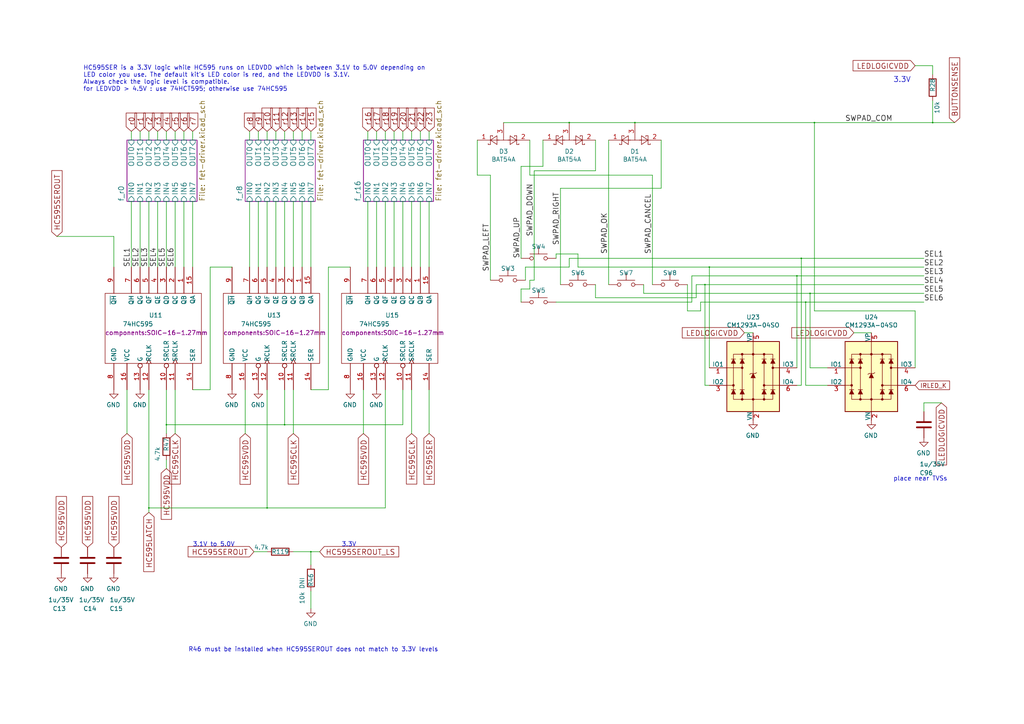
<source format=kicad_sch>
(kicad_sch (version 20210126) (generator eeschema)
  (paper "A4")
  (lib_symbols
    (symbol "DeeComponents:74HC595-alt-vdd"
      (property "Reference" "U" (at 3.81 15.24 0))
      (property "Value" "74HC595-alt-vdd" (at 0 -15.24 0))
      (symbol "74HC595-alt-vdd_0_1"
        (rectangle (start -10.16 -13.97) (end 10.16 13.97))
      )
      (symbol "74HC595-alt-vdd_1_1"
        (pin tri_state line (at 17.78 8.89 180) (length 7.62) (name "QB") (number "1"))
        (pin input inverted (at -17.78 3.81 0) (length 7.62) (name "SRCLR") (number "10"))
        (pin input clock (at -17.78 6.35 0) (length 7.62) (name "SRCLK") (number "11"))
        (pin input clock (at -17.78 -1.27 0) (length 7.62) (name "RCLK") (number "12"))
        (pin input inverted (at -17.78 -3.81 0) (length 7.62) (name "G") (number "13"))
        (pin input line (at -17.78 11.43 0) (length 7.62) (name "SER") (number "14"))
        (pin tri_state line (at 17.78 11.43 180) (length 7.62) (name "QA") (number "15"))
        (pin power_in line (at -17.78 -7.62 0) (length 7.62) (name "VCC") (number "16"))
        (pin tri_state line (at 17.78 6.35 180) (length 7.62) (name "QC") (number "2"))
        (pin tri_state line (at 17.78 3.81 180) (length 7.62) (name "QD") (number "3"))
        (pin tri_state line (at 17.78 1.27 180) (length 7.62) (name "QE") (number "4"))
        (pin tri_state line (at 17.78 -1.27 180) (length 7.62) (name "QF") (number "5"))
        (pin tri_state line (at 17.78 -3.81 180) (length 7.62) (name "QG") (number "6"))
        (pin tri_state line (at 17.78 -6.35 180) (length 7.62) (name "QH") (number "7"))
        (pin power_in line (at -17.78 -11.43 0) (length 7.62) (name "GND") (number "8"))
        (pin output line (at 17.78 -11.43 180) (length 7.62) (name "~QH") (number "9"))
      )
    )
    (symbol "Diode:BAT54A" (pin_names (offset 1.016))
      (property "Reference" "D" (at 0.635 -3.81 0))
      (property "Value" "BAT54A" (at -6.35 3.175 0))
      (symbol "BAT54A_0_1"
        (polyline (pts (xy -4.445 1.27) (xy -4.445 1.016)))
        (polyline (pts (xy -3.81 -1.27) (xy -3.81 1.27)))
        (polyline (pts (xy -3.81 -1.27) (xy -3.175 -1.27)))
        (polyline (pts (xy -3.81 0) (xy -1.27 0)))
        (polyline (pts (xy -3.81 1.27) (xy -4.445 1.27)))
        (polyline (pts (xy -3.175 -1.27) (xy -3.175 -1.016)))
        (polyline (pts (xy -1.905 0) (xy 1.905 0)))
        (polyline (pts (xy 1.27 0) (xy 3.81 0)))
        (polyline (pts (xy 3.175 -1.27) (xy 3.175 -1.016)))
        (polyline (pts (xy 3.81 -1.27) (xy 3.175 -1.27)))
        (polyline (pts (xy 3.81 -1.27) (xy 3.81 1.27)))
        (polyline (pts (xy 3.81 1.27) (xy 4.445 1.27)))
        (polyline (pts (xy 4.445 1.27) (xy 4.445 1.016)))
        (polyline (pts (xy -1.905 1.27) (xy -1.905 -1.27) (xy -3.81 0) (xy -1.905 1.27)))
        (polyline (pts (xy 1.905 1.27) (xy 1.905 -1.27) (xy 3.81 0) (xy 1.905 1.27)))
      )
      (symbol "BAT54A_1_1"
        (pin passive line (at -7.62 0 0) (length 3.81) (name "~") (number "1"))
        (pin passive line (at 7.62 0 180) (length 3.81) (name "~") (number "2"))
        (pin passive line (at 0 -5.08 90) (length 5.08) (name "~") (number "3"))
      )
    )
    (symbol "dotmatrix_64x48-rescue:C-device" (pin_numbers hide) (pin_names (offset 0.254))
      (property "Reference" "C" (at 0.635 2.54 0))
      (property "Value" "C-device" (at 0.635 -2.54 0))
      (symbol "C-device_0_1"
        (polyline (pts (xy -2.032 -0.762) (xy 2.032 -0.762)) (stroke (width 0.508)))
        (polyline (pts (xy -2.032 0.762) (xy 2.032 0.762)) (stroke (width 0.508)))
      )
      (symbol "C-device_1_1"
        (pin passive line (at 0 3.81 270) (length 2.794) (name "~") (number "1"))
        (pin passive line (at 0 -3.81 90) (length 2.794) (name "~") (number "2"))
      )
    )
    (symbol "dotmatrix_64x48-rescue:GND-power" (power) (pin_names (offset 0))
      (property "Value" "GND-power" (at 0 -3.81 0))
      (symbol "GND-power_0_1"
        (polyline (pts (xy 0 0) (xy 0 -1.27) (xy 1.27 -1.27) (xy 0 -2.54) (xy -1.27 -1.27) (xy 0 -1.27)))
      )
      (symbol "GND-power_1_1"
        (pin power_in line (at 0 0 270) (length 0) hide (name "GND") (number "1"))
      )
    )
    (symbol "dotmatrix_64x48-rescue:R-device" (pin_numbers hide) (pin_names (offset 0))
      (property "Reference" "R" (at 2.032 0 90))
      (property "Value" "R-device" (at 0 0 90))
      (symbol "R-device_0_1"
        (rectangle (start -1.016 -2.54) (end 1.016 2.54) (stroke (width 0.254)))
      )
      (symbol "R-device_1_1"
        (pin passive line (at 0 3.81 270) (length 1.27) (name "~") (number "1"))
        (pin passive line (at 0 -3.81 90) (length 1.27) (name "~") (number "2"))
      )
    )
    (symbol "dotmatrix_64x48-rescue:SRV05-4-ESD_Protection" (pin_names (offset 0))
      (property "Reference" "U" (at -5.08 11.43 0))
      (property "Value" "SRV05-4-ESD_Protection" (at 2.54 11.43 0))
      (symbol "SRV05-4-ESD_Protection_0_0"
        (rectangle (start -5.715 6.477) (end 5.715 -6.604))
        (polyline (pts (xy -3.175 -6.604) (xy -3.175 6.477)))
        (polyline (pts (xy 3.175 6.477) (xy 3.175 -6.604)))
      )
      (symbol "SRV05-4-ESD_Protection_0_1"
        (circle (center -5.715 -2.54) (radius 0.2794) (fill (type outline)))
        (circle (center -3.175 -6.604) (radius 0.2794) (fill (type outline)))
        (circle (center -3.175 2.54) (radius 0.2794) (fill (type outline)))
        (circle (center -3.175 6.477) (radius 0.2794) (fill (type outline)))
        (circle (center 0 -6.604) (radius 0.2794) (fill (type outline)))
        (circle (center 0 6.477) (radius 0.2794) (fill (type outline)))
        (circle (center 3.175 -6.604) (radius 0.2794) (fill (type outline)))
        (circle (center 3.175 -2.54) (radius 0.2794) (fill (type outline)))
        (circle (center 3.175 6.477) (radius 0.2794) (fill (type outline)))
        (circle (center 5.715 2.54) (radius 0.2794) (fill (type outline)))
        (rectangle (start -7.62 10.16) (end 7.62 -10.16) (stroke (width 0.254)) (fill (type background)))
        (polyline (pts (xy -7.747 2.54) (xy -3.175 2.54)))
        (polyline (pts (xy -7.62 -2.54) (xy -5.715 -2.54)))
        (polyline (pts (xy -5.08 -3.81) (xy -6.35 -3.81)))
        (polyline (pts (xy -5.08 5.08) (xy -6.35 5.08)))
        (polyline (pts (xy -2.54 -3.81) (xy -3.81 -3.81)))
        (polyline (pts (xy -2.54 5.08) (xy -3.81 5.08)))
        (polyline (pts (xy -0.635 0.889) (xy -1.016 0.635)))
        (polyline (pts (xy 0 10.16) (xy 0 -10.16)))
        (polyline (pts (xy 0.635 0.889) (xy -0.635 0.889)))
        (polyline (pts (xy 0.635 0.889) (xy 1.016 1.143)))
        (polyline (pts (xy 3.81 -3.81) (xy 2.54 -3.81)))
        (polyline (pts (xy 3.81 5.08) (xy 2.54 5.08)))
        (polyline (pts (xy 6.35 -3.81) (xy 5.08 -3.81)))
        (polyline (pts (xy 6.35 5.08) (xy 5.08 5.08)))
        (polyline (pts (xy 7.62 -2.54) (xy 3.175 -2.54)))
        (polyline (pts (xy 7.62 2.54) (xy 5.715 2.54)))
        (polyline (pts (xy -5.08 -5.08) (xy -6.35 -5.08) (xy -5.715 -3.81) (xy -5.08 -5.08)) (fill (type outline)))
        (polyline (pts (xy -5.08 3.81) (xy -6.35 3.81) (xy -5.715 5.08) (xy -5.08 3.81)) (fill (type outline)))
        (polyline (pts (xy -2.54 -5.08) (xy -3.81 -5.08) (xy -3.175 -3.81) (xy -2.54 -5.08)) (fill (type outline)))
        (polyline (pts (xy -2.54 3.81) (xy -3.81 3.81) (xy -3.175 5.08) (xy -2.54 3.81)) (fill (type outline)))
        (polyline (pts (xy 0.635 -0.381) (xy -0.635 -0.381) (xy 0 0.889) (xy 0.635 -0.381)) (fill (type outline)))
        (polyline (pts (xy 3.81 -5.08) (xy 2.54 -5.08) (xy 3.175 -3.81) (xy 3.81 -5.08)) (fill (type outline)))
        (polyline (pts (xy 3.81 3.81) (xy 2.54 3.81) (xy 3.175 5.08) (xy 3.81 3.81)) (fill (type outline)))
        (polyline (pts (xy 6.35 -5.08) (xy 5.08 -5.08) (xy 5.715 -3.81) (xy 6.35 -5.08)) (fill (type outline)))
        (polyline (pts (xy 6.35 3.81) (xy 5.08 3.81) (xy 5.715 5.08) (xy 6.35 3.81)) (fill (type outline)))
      )
      (symbol "SRV05-4-ESD_Protection_1_1"
        (pin passive line (at -12.7 2.54 0) (length 5.08) (name "IO1") (number "1"))
        (pin power_in line (at 0 -12.7 90) (length 2.54) (name "VN") (number "2"))
        (pin passive line (at -12.7 -2.54 0) (length 5.08) (name "IO2") (number "3"))
        (pin passive line (at 12.7 2.54 180) (length 5.08) (name "IO3") (number "4"))
        (pin power_in line (at 0 12.7 270) (length 2.54) (name "VP") (number "5"))
        (pin passive line (at 12.7 -2.54 180) (length 5.08) (name "IO4") (number "6"))
      )
    )
    (symbol "dotmatrix_64x48-rescue:SW_Push-Switch" (pin_numbers hide) (pin_names hide)
      (property "Reference" "SW" (at 1.27 2.54 0))
      (property "Value" "SW_Push-Switch" (at 0 -1.524 0))
      (symbol "SW_Push-Switch_0_1"
        (circle (center -2.032 0) (radius 0.508))
        (circle (center 2.032 0) (radius 0.508))
        (polyline (pts (xy 0 1.27) (xy 0 3.048)))
        (polyline (pts (xy 2.54 1.27) (xy -2.54 1.27)))
        (pin passive line (at -5.08 0 0) (length 2.54) (name "1") (number "1"))
        (pin passive line (at 5.08 0 180) (length 2.54) (name "2") (number "2"))
      )
    )
  )
  (junction (at 43.18 147.32) (diameter 0.3048))
  (junction (at 48.26 123.19) (diameter 0.3048))
  (junction (at 77.47 147.32) (diameter 0.3048))
  (junction (at 82.55 123.19) (diameter 0.3048))
  (junction (at 90.17 160.02) (diameter 0.3048))
  (junction (at 165.1 35.56) (diameter 0.3048))
  (junction (at 184.15 35.56) (diameter 0.3048))
  (junction (at 204.47 82.55) (diameter 0.3048))
  (junction (at 205.74 77.47) (diameter 0.3048))
  (junction (at 231.14 80.01) (diameter 0.3048))
  (junction (at 232.41 74.93) (diameter 0.3048))
  (junction (at 233.68 87.63) (diameter 0.3048))
  (junction (at 234.95 85.09) (diameter 0.3048))
  (junction (at 236.22 35.56) (diameter 0.3048))
  (junction (at 270.51 35.56) (diameter 0.3048))
  (wire (pts (xy 16.51 68.58) (xy 33.02 68.58)))
  (wire (pts (xy 33.02 68.58) (xy 33.02 77.47)))
  (wire (pts (xy 36.83 125.73) (xy 36.83 113.03)))
  (wire (pts (xy 38.1 38.1) (xy 38.1 40.64)))
  (wire (pts (xy 38.1 58.42) (xy 38.1 77.47)))
  (wire (pts (xy 40.64 38.1) (xy 40.64 40.64)))
  (wire (pts (xy 40.64 58.42) (xy 40.64 77.47)))
  (wire (pts (xy 43.18 38.1) (xy 43.18 40.64)))
  (wire (pts (xy 43.18 58.42) (xy 43.18 77.47)))
  (wire (pts (xy 43.18 113.03) (xy 43.18 147.32)))
  (wire (pts (xy 43.18 147.32) (xy 43.18 148.59)))
  (wire (pts (xy 45.72 38.1) (xy 45.72 40.64)))
  (wire (pts (xy 45.72 58.42) (xy 45.72 77.47)))
  (wire (pts (xy 48.26 38.1) (xy 48.26 40.64)))
  (wire (pts (xy 48.26 58.42) (xy 48.26 77.47)))
  (wire (pts (xy 48.26 113.03) (xy 48.26 123.19)))
  (wire (pts (xy 48.26 123.19) (xy 48.26 125.73)))
  (wire (pts (xy 48.26 123.19) (xy 82.55 123.19)))
  (wire (pts (xy 48.26 133.35) (xy 48.26 135.89)))
  (wire (pts (xy 50.8 38.1) (xy 50.8 40.64)))
  (wire (pts (xy 50.8 58.42) (xy 50.8 77.47)))
  (wire (pts (xy 50.8 113.03) (xy 50.8 125.73)))
  (wire (pts (xy 53.34 38.1) (xy 53.34 40.64)))
  (wire (pts (xy 53.34 58.42) (xy 53.34 77.47)))
  (wire (pts (xy 55.88 38.1) (xy 55.88 40.64)))
  (wire (pts (xy 55.88 58.42) (xy 55.88 77.47)))
  (wire (pts (xy 60.96 77.47) (xy 60.96 113.03)))
  (wire (pts (xy 60.96 113.03) (xy 55.88 113.03)))
  (wire (pts (xy 67.31 77.47) (xy 60.96 77.47)))
  (wire (pts (xy 71.12 125.73) (xy 71.12 113.03)))
  (wire (pts (xy 72.39 38.1) (xy 72.39 40.64)))
  (wire (pts (xy 72.39 58.42) (xy 72.39 77.47)))
  (wire (pts (xy 73.66 160.02) (xy 77.47 160.02)))
  (wire (pts (xy 74.93 38.1) (xy 74.93 40.64)))
  (wire (pts (xy 74.93 58.42) (xy 74.93 77.47)))
  (wire (pts (xy 77.47 38.1) (xy 77.47 40.64)))
  (wire (pts (xy 77.47 58.42) (xy 77.47 77.47)))
  (wire (pts (xy 77.47 113.03) (xy 77.47 147.32)))
  (wire (pts (xy 77.47 147.32) (xy 43.18 147.32)))
  (wire (pts (xy 77.47 147.32) (xy 111.76 147.32)))
  (wire (pts (xy 80.01 38.1) (xy 80.01 40.64)))
  (wire (pts (xy 80.01 58.42) (xy 80.01 77.47)))
  (wire (pts (xy 82.55 38.1) (xy 82.55 40.64)))
  (wire (pts (xy 82.55 58.42) (xy 82.55 77.47)))
  (wire (pts (xy 82.55 113.03) (xy 82.55 123.19)))
  (wire (pts (xy 82.55 123.19) (xy 116.84 123.19)))
  (wire (pts (xy 85.09 38.1) (xy 85.09 40.64)))
  (wire (pts (xy 85.09 58.42) (xy 85.09 77.47)))
  (wire (pts (xy 85.09 113.03) (xy 85.09 125.73)))
  (wire (pts (xy 85.09 160.02) (xy 90.17 160.02)))
  (wire (pts (xy 87.63 38.1) (xy 87.63 40.64)))
  (wire (pts (xy 87.63 58.42) (xy 87.63 77.47)))
  (wire (pts (xy 90.17 38.1) (xy 90.17 40.64)))
  (wire (pts (xy 90.17 58.42) (xy 90.17 77.47)))
  (wire (pts (xy 90.17 160.02) (xy 92.71 160.02)))
  (wire (pts (xy 90.17 163.83) (xy 90.17 160.02)))
  (wire (pts (xy 90.17 171.45) (xy 90.17 176.53)))
  (wire (pts (xy 95.25 77.47) (xy 95.25 113.03)))
  (wire (pts (xy 95.25 113.03) (xy 90.17 113.03)))
  (wire (pts (xy 101.6 77.47) (xy 95.25 77.47)))
  (wire (pts (xy 105.41 125.73) (xy 105.41 113.03)))
  (wire (pts (xy 106.68 38.1) (xy 106.68 40.64)))
  (wire (pts (xy 106.68 58.42) (xy 106.68 77.47)))
  (wire (pts (xy 109.22 38.1) (xy 109.22 40.64)))
  (wire (pts (xy 109.22 58.42) (xy 109.22 77.47)))
  (wire (pts (xy 111.76 38.1) (xy 111.76 40.64)))
  (wire (pts (xy 111.76 58.42) (xy 111.76 77.47)))
  (wire (pts (xy 111.76 113.03) (xy 111.76 147.32)))
  (wire (pts (xy 114.3 38.1) (xy 114.3 40.64)))
  (wire (pts (xy 114.3 58.42) (xy 114.3 77.47)))
  (wire (pts (xy 116.84 38.1) (xy 116.84 40.64)))
  (wire (pts (xy 116.84 58.42) (xy 116.84 77.47)))
  (wire (pts (xy 116.84 123.19) (xy 116.84 113.03)))
  (wire (pts (xy 119.38 38.1) (xy 119.38 40.64)))
  (wire (pts (xy 119.38 58.42) (xy 119.38 77.47)))
  (wire (pts (xy 119.38 113.03) (xy 119.38 125.73)))
  (wire (pts (xy 121.92 38.1) (xy 121.92 40.64)))
  (wire (pts (xy 121.92 58.42) (xy 121.92 77.47)))
  (wire (pts (xy 124.46 38.1) (xy 124.46 40.64)))
  (wire (pts (xy 124.46 58.42) (xy 124.46 77.47)))
  (wire (pts (xy 124.46 113.03) (xy 124.46 125.73)))
  (wire (pts (xy 138.43 50.8) (xy 138.43 40.64)))
  (wire (pts (xy 142.24 50.8) (xy 138.43 50.8)))
  (wire (pts (xy 142.24 50.8) (xy 142.24 81.28)))
  (wire (pts (xy 151.13 48.26) (xy 157.48 48.26)))
  (wire (pts (xy 151.13 74.93) (xy 151.13 48.26)))
  (wire (pts (xy 151.13 83.82) (xy 153.67 83.82)))
  (wire (pts (xy 151.13 87.63) (xy 151.13 83.82)))
  (wire (pts (xy 152.4 77.47) (xy 152.4 81.28)))
  (wire (pts (xy 152.4 77.47) (xy 165.1 77.47)))
  (wire (pts (xy 153.67 50.8) (xy 153.67 40.64)))
  (wire (pts (xy 153.67 50.8) (xy 189.23 50.8)))
  (wire (pts (xy 153.67 81.28) (xy 154.94 81.28)))
  (wire (pts (xy 153.67 83.82) (xy 153.67 81.28)))
  (wire (pts (xy 154.94 49.53) (xy 154.94 81.28)))
  (wire (pts (xy 154.94 49.53) (xy 172.72 49.53)))
  (wire (pts (xy 157.48 48.26) (xy 157.48 40.64)))
  (wire (pts (xy 161.29 73.66) (xy 161.29 74.93)))
  (wire (pts (xy 162.56 54.61) (xy 191.77 54.61)))
  (wire (pts (xy 162.56 82.55) (xy 162.56 54.61)))
  (wire (pts (xy 165.1 35.56) (xy 146.05 35.56)))
  (wire (pts (xy 165.1 74.93) (xy 165.1 77.47)))
  (wire (pts (xy 165.1 74.93) (xy 232.41 74.93)))
  (wire (pts (xy 167.64 73.66) (xy 161.29 73.66)))
  (wire (pts (xy 167.64 77.47) (xy 167.64 73.66)))
  (wire (pts (xy 167.64 77.47) (xy 205.74 77.47)))
  (wire (pts (xy 172.72 49.53) (xy 172.72 40.64)))
  (wire (pts (xy 172.72 86.36) (xy 172.72 82.55)))
  (wire (pts (xy 176.53 40.64) (xy 176.53 82.55)))
  (wire (pts (xy 184.15 35.56) (xy 165.1 35.56)))
  (wire (pts (xy 184.15 35.56) (xy 236.22 35.56)))
  (wire (pts (xy 186.69 85.09) (xy 186.69 82.55)))
  (wire (pts (xy 186.69 85.09) (xy 234.95 85.09)))
  (wire (pts (xy 189.23 50.8) (xy 189.23 82.55)))
  (wire (pts (xy 191.77 54.61) (xy 191.77 40.64)))
  (wire (pts (xy 199.39 90.17) (xy 199.39 82.55)))
  (wire (pts (xy 200.66 80.01) (xy 200.66 87.63)))
  (wire (pts (xy 200.66 80.01) (xy 231.14 80.01)))
  (wire (pts (xy 200.66 87.63) (xy 161.29 87.63)))
  (wire (pts (xy 201.93 82.55) (xy 201.93 86.36)))
  (wire (pts (xy 201.93 82.55) (xy 204.47 82.55)))
  (wire (pts (xy 201.93 86.36) (xy 172.72 86.36)))
  (wire (pts (xy 203.2 87.63) (xy 203.2 90.17)))
  (wire (pts (xy 203.2 87.63) (xy 233.68 87.63)))
  (wire (pts (xy 203.2 90.17) (xy 199.39 90.17)))
  (wire (pts (xy 204.47 82.55) (xy 204.47 111.76)))
  (wire (pts (xy 204.47 82.55) (xy 267.97 82.55)))
  (wire (pts (xy 205.74 77.47) (xy 205.74 106.68)))
  (wire (pts (xy 205.74 77.47) (xy 267.97 77.47)))
  (wire (pts (xy 205.74 111.76) (xy 204.47 111.76)))
  (wire (pts (xy 215.9 96.52) (xy 218.44 96.52)))
  (wire (pts (xy 231.14 80.01) (xy 231.14 106.68)))
  (wire (pts (xy 231.14 80.01) (xy 267.97 80.01)))
  (wire (pts (xy 231.14 111.76) (xy 232.41 111.76)))
  (wire (pts (xy 232.41 74.93) (xy 232.41 111.76)))
  (wire (pts (xy 232.41 74.93) (xy 267.97 74.93)))
  (wire (pts (xy 233.68 87.63) (xy 233.68 111.76)))
  (wire (pts (xy 233.68 87.63) (xy 267.97 87.63)))
  (wire (pts (xy 234.95 85.09) (xy 234.95 106.68)))
  (wire (pts (xy 234.95 85.09) (xy 267.97 85.09)))
  (wire (pts (xy 236.22 35.56) (xy 270.51 35.56)))
  (wire (pts (xy 236.22 90.17) (xy 236.22 35.56)))
  (wire (pts (xy 240.03 106.68) (xy 234.95 106.68)))
  (wire (pts (xy 240.03 111.76) (xy 233.68 111.76)))
  (wire (pts (xy 247.65 96.52) (xy 252.73 96.52)))
  (wire (pts (xy 265.43 90.17) (xy 236.22 90.17)))
  (wire (pts (xy 265.43 106.68) (xy 265.43 90.17)))
  (wire (pts (xy 267.97 116.84) (xy 267.97 119.38)))
  (wire (pts (xy 270.51 19.05) (xy 265.43 19.05)))
  (wire (pts (xy 270.51 21.59) (xy 270.51 19.05)))
  (wire (pts (xy 270.51 29.21) (xy 270.51 35.56)))
  (wire (pts (xy 270.51 35.56) (xy 276.86 35.56)))
  (wire (pts (xy 273.05 116.84) (xy 267.97 116.84)))
  (text "HC595SER is a 3.3V logic while HC595 runs on LEDVDD which is between 3.1V to 5.0V depending on\nLED color you use. The default kit's LED color is red, and the LEDVDD is 3.1V.\nAlways check the logic level is compatible.\nfor LEDVDD > 4.5V : use 74HCT595; otherwise use 74HC595" (at 24.13 26.67 0) (effects (font (size 1.27 1.27)) (justify left bottom)))
  (text "R46 must be installed when HC595SEROUT does not match to 3.3V levels" (at 54.61 189.23 0) (effects (font (size 1.27 1.27)) (justify left bottom)))
  (text "3.1V to 5.0V" (at 55.88 158.75 0) (effects (font (size 1.27 1.27)) (justify left bottom)))
  (text "3.3V" (at 99.06 158.75 0) (effects (font (size 1.27 1.27)) (justify left bottom)))
  (text "3.3V" (at 259.08 24.13 0) (effects (font (size 1.524 1.524)) (justify left bottom)))
  (text "place near TVSs" (at 259.08 139.7 0) (effects (font (size 1.27 1.27)) (justify left bottom)))
  (label "SEL1" (at 38.1 77.47 90) (effects (font (size 1.524 1.524))))
  (label "SEL2" (at 40.64 77.47 90) (effects (font (size 1.524 1.524))))
  (label "SEL3" (at 43.18 77.47 90) (effects (font (size 1.524 1.524))))
  (label "SEL4" (at 45.72 77.47 90) (effects (font (size 1.524 1.524))))
  (label "SEL5" (at 48.26 77.47 90) (effects (font (size 1.524 1.524))))
  (label "SEL6" (at 50.8 77.47 90) (effects (font (size 1.524 1.524))))
  (label "SWPAD_LEFT" (at 142.24 78.74 90) (effects (font (size 1.524 1.524))))
  (label "SWPAD_UP" (at 151.13 74.93 90) (effects (font (size 1.524 1.524))))
  (label "SWPAD_DOWN" (at 154.94 68.58 90) (effects (font (size 1.524 1.524))))
  (label "SWPAD_RIGHT" (at 162.56 71.12 90) (effects (font (size 1.524 1.524))))
  (label "SWPAD_OK" (at 176.53 73.66 90) (effects (font (size 1.524 1.524))))
  (label "SWPAD_CANCEL" (at 189.23 73.66 90) (effects (font (size 1.524 1.524))))
  (label "SWPAD_COM" (at 245.11 35.56 0) (effects (font (size 1.524 1.524))))
  (label "SEL1" (at 267.97 74.93 0) (effects (font (size 1.524 1.524))))
  (label "SEL2" (at 267.97 77.47 0) (effects (font (size 1.524 1.524))))
  (label "SEL3" (at 267.97 80.01 0) (effects (font (size 1.524 1.524))))
  (label "SEL4" (at 267.97 82.55 0) (effects (font (size 1.524 1.524))))
  (label "SEL5" (at 267.97 85.09 0) (effects (font (size 1.524 1.524))))
  (label "SEL6" (at 267.97 87.63 0) (effects (font (size 1.524 1.524))))
  (global_label "HC595SEROUT" (shape input) (at 16.51 68.58 90) (effects (font (size 1.524 1.524))) (property "Intersheet References" "${INTERSHEET_REFS}" (effects hide)))
  (global_label "HC595VDD" (shape input) (at 17.78 158.75 90) (effects (font (size 1.524 1.524))) (property "Intersheet References" "${INTERSHEET_REFS}" (effects hide)))
  (global_label "HC595VDD" (shape input) (at 25.4 158.75 90) (effects (font (size 1.524 1.524))) (property "Intersheet References" "${INTERSHEET_REFS}" (effects hide)))
  (global_label "HC595VDD" (shape input) (at 33.02 158.75 90) (effects (font (size 1.524 1.524))) (property "Intersheet References" "${INTERSHEET_REFS}" (effects hide)))
  (global_label "HC595VDD" (shape input) (at 36.83 125.73 270) (effects (font (size 1.524 1.524))) (property "Intersheet References" "${INTERSHEET_REFS}" (effects hide)))
  (global_label "r0" (shape input) (at 38.1 38.1 90) (effects (font (size 1.524 1.524))) (property "Intersheet References" "${INTERSHEET_REFS}" (effects hide)))
  (global_label "r1" (shape input) (at 40.64 38.1 90) (effects (font (size 1.524 1.524))) (property "Intersheet References" "${INTERSHEET_REFS}" (effects hide)))
  (global_label "r2" (shape input) (at 43.18 38.1 90) (effects (font (size 1.524 1.524))) (property "Intersheet References" "${INTERSHEET_REFS}" (effects hide)))
  (global_label "HC595LATCH" (shape input) (at 43.18 148.59 270) (effects (font (size 1.524 1.524))) (property "Intersheet References" "${INTERSHEET_REFS}" (effects hide)))
  (global_label "r3" (shape input) (at 45.72 38.1 90) (effects (font (size 1.524 1.524))) (property "Intersheet References" "${INTERSHEET_REFS}" (effects hide)))
  (global_label "r4" (shape input) (at 48.26 38.1 90) (effects (font (size 1.524 1.524))) (property "Intersheet References" "${INTERSHEET_REFS}" (effects hide)))
  (global_label "HC595VDD" (shape input) (at 48.26 135.89 270) (effects (font (size 1.524 1.524))) (property "Intersheet References" "${INTERSHEET_REFS}" (effects hide)))
  (global_label "r5" (shape input) (at 50.8 38.1 90) (effects (font (size 1.524 1.524))) (property "Intersheet References" "${INTERSHEET_REFS}" (effects hide)))
  (global_label "HC595CLK" (shape input) (at 50.8 125.73 270) (effects (font (size 1.524 1.524))) (property "Intersheet References" "${INTERSHEET_REFS}" (effects hide)))
  (global_label "r6" (shape input) (at 53.34 38.1 90) (effects (font (size 1.524 1.524))) (property "Intersheet References" "${INTERSHEET_REFS}" (effects hide)))
  (global_label "r7" (shape input) (at 55.88 38.1 90) (effects (font (size 1.524 1.524))) (property "Intersheet References" "${INTERSHEET_REFS}" (effects hide)))
  (global_label "HC595VDD" (shape input) (at 71.12 125.73 270) (effects (font (size 1.524 1.524))) (property "Intersheet References" "${INTERSHEET_REFS}" (effects hide)))
  (global_label "r8" (shape input) (at 72.39 38.1 90) (effects (font (size 1.524 1.524))) (property "Intersheet References" "${INTERSHEET_REFS}" (effects hide)))
  (global_label "HC595SEROUT" (shape input) (at 73.66 160.02 180) (effects (font (size 1.524 1.524))) (property "Intersheet References" "${INTERSHEET_REFS}" (effects hide)))
  (global_label "r9" (shape input) (at 74.93 38.1 90) (effects (font (size 1.524 1.524))) (property "Intersheet References" "${INTERSHEET_REFS}" (effects hide)))
  (global_label "r10" (shape input) (at 77.47 38.1 90) (effects (font (size 1.524 1.524))) (property "Intersheet References" "${INTERSHEET_REFS}" (effects hide)))
  (global_label "r11" (shape input) (at 80.01 38.1 90) (effects (font (size 1.524 1.524))) (property "Intersheet References" "${INTERSHEET_REFS}" (effects hide)))
  (global_label "r12" (shape input) (at 82.55 38.1 90) (effects (font (size 1.524 1.524))) (property "Intersheet References" "${INTERSHEET_REFS}" (effects hide)))
  (global_label "r13" (shape input) (at 85.09 38.1 90) (effects (font (size 1.524 1.524))) (property "Intersheet References" "${INTERSHEET_REFS}" (effects hide)))
  (global_label "HC595CLK" (shape input) (at 85.09 125.73 270) (effects (font (size 1.524 1.524))) (property "Intersheet References" "${INTERSHEET_REFS}" (effects hide)))
  (global_label "r14" (shape input) (at 87.63 38.1 90) (effects (font (size 1.524 1.524))) (property "Intersheet References" "${INTERSHEET_REFS}" (effects hide)))
  (global_label "r15" (shape input) (at 90.17 38.1 90) (effects (font (size 1.524 1.524))) (property "Intersheet References" "${INTERSHEET_REFS}" (effects hide)))
  (global_label "HC595SEROUT_LS" (shape input) (at 92.71 160.02 0) (effects (font (size 1.524 1.524))) (property "Intersheet References" "${INTERSHEET_REFS}" (effects hide)))
  (global_label "HC595VDD" (shape input) (at 105.41 125.73 270) (effects (font (size 1.524 1.524))) (property "Intersheet References" "${INTERSHEET_REFS}" (effects hide)))
  (global_label "r16" (shape input) (at 106.68 38.1 90) (effects (font (size 1.524 1.524))) (property "Intersheet References" "${INTERSHEET_REFS}" (effects hide)))
  (global_label "r17" (shape input) (at 109.22 38.1 90) (effects (font (size 1.524 1.524))) (property "Intersheet References" "${INTERSHEET_REFS}" (effects hide)))
  (global_label "r18" (shape input) (at 111.76 38.1 90) (effects (font (size 1.524 1.524))) (property "Intersheet References" "${INTERSHEET_REFS}" (effects hide)))
  (global_label "r19" (shape input) (at 114.3 38.1 90) (effects (font (size 1.524 1.524))) (property "Intersheet References" "${INTERSHEET_REFS}" (effects hide)))
  (global_label "r20" (shape input) (at 116.84 38.1 90) (effects (font (size 1.524 1.524))) (property "Intersheet References" "${INTERSHEET_REFS}" (effects hide)))
  (global_label "r21" (shape input) (at 119.38 38.1 90) (effects (font (size 1.524 1.524))) (property "Intersheet References" "${INTERSHEET_REFS}" (effects hide)))
  (global_label "HC595CLK" (shape input) (at 119.38 125.73 270) (effects (font (size 1.524 1.524))) (property "Intersheet References" "${INTERSHEET_REFS}" (effects hide)))
  (global_label "r22" (shape input) (at 121.92 38.1 90) (effects (font (size 1.524 1.524))) (property "Intersheet References" "${INTERSHEET_REFS}" (effects hide)))
  (global_label "r23" (shape input) (at 124.46 38.1 90) (effects (font (size 1.524 1.524))) (property "Intersheet References" "${INTERSHEET_REFS}" (effects hide)))
  (global_label "HC595SER" (shape input) (at 124.46 125.73 270) (effects (font (size 1.524 1.524))) (property "Intersheet References" "${INTERSHEET_REFS}" (effects hide)))
  (global_label "LEDLOGICVDD" (shape input) (at 215.9 96.52 180) (effects (font (size 1.524 1.524))) (property "Intersheet References" "${INTERSHEET_REFS}" (effects hide)))
  (global_label "LEDLOGICVDD" (shape input) (at 247.65 96.52 180) (effects (font (size 1.524 1.524))) (property "Intersheet References" "${INTERSHEET_REFS}" (effects hide)))
  (global_label "LEDLOGICVDD" (shape input) (at 265.43 19.05 180) (effects (font (size 1.524 1.524))) (property "Intersheet References" "${INTERSHEET_REFS}" (effects hide)))
  (global_label "IRLED_K" (shape input) (at 265.43 111.76 0) (property "Intersheet References" "${INTERSHEET_REFS}" (effects hide)))
  (global_label "LEDLOGICVDD" (shape input) (at 273.05 116.84 270) (effects (font (size 1.524 1.524))) (property "Intersheet References" "${INTERSHEET_REFS}" (effects hide)))
  (global_label "BUTTONSENSE" (shape input) (at 276.86 35.56 90) (effects (font (size 1.524 1.524))) (property "Intersheet References" "${INTERSHEET_REFS}" (effects hide)))
  (symbol (lib_id "dotmatrix_64x48-rescue:GND-power") (at 17.78 166.37 0) (mirror y) (unit 1)
    (property "Reference" "#PWR086" (effects hide))
    (property "Value" "GND" (at 17.653 170.7642 0))
  )
  (symbol (lib_id "dotmatrix_64x48-rescue:GND-power") (at 25.4 166.37 0) (mirror y) (unit 1)
    (property "Reference" "#PWR087" (effects hide))
    (property "Value" "GND" (at 25.273 170.7642 0))
  )
  (symbol (lib_id "dotmatrix_64x48-rescue:GND-power") (at 33.02 113.03 0) (mirror y) (unit 1)
    (property "Reference" "#PWR072" (effects hide))
    (property "Value" "GND" (at 32.893 117.4242 0))
  )
  (symbol (lib_id "dotmatrix_64x48-rescue:GND-power") (at 33.02 166.37 0) (mirror y) (unit 1)
    (property "Reference" "#PWR088" (effects hide))
    (property "Value" "GND" (at 32.893 170.7642 0))
  )
  (symbol (lib_id "dotmatrix_64x48-rescue:GND-power") (at 40.64 113.03 0) (mirror y) (unit 1)
    (property "Reference" "#PWR074" (effects hide))
    (property "Value" "GND" (at 40.513 117.4242 0))
  )
  (symbol (lib_id "dotmatrix_64x48-rescue:GND-power") (at 67.31 113.03 0) (mirror y) (unit 1)
    (property "Reference" "#PWR075" (effects hide))
    (property "Value" "GND" (at 67.183 117.4242 0))
  )
  (symbol (lib_id "dotmatrix_64x48-rescue:GND-power") (at 74.93 113.03 0) (mirror y) (unit 1)
    (property "Reference" "#PWR077" (effects hide))
    (property "Value" "GND" (at 74.803 117.4242 0))
  )
  (symbol (lib_id "dotmatrix_64x48-rescue:GND-power") (at 90.17 176.53 0) (mirror y) (unit 1)
    (property "Reference" "#PWR015" (effects hide))
    (property "Value" "GND" (at 90.043 180.9242 0))
  )
  (symbol (lib_id "dotmatrix_64x48-rescue:GND-power") (at 101.6 113.03 0) (mirror y) (unit 1)
    (property "Reference" "#PWR078" (effects hide))
    (property "Value" "GND" (at 101.473 117.4242 0))
  )
  (symbol (lib_id "dotmatrix_64x48-rescue:GND-power") (at 109.22 113.03 0) (mirror y) (unit 1)
    (property "Reference" "#PWR080" (effects hide))
    (property "Value" "GND" (at 109.093 117.4242 0))
  )
  (symbol (lib_id "dotmatrix_64x48-rescue:GND-power") (at 218.44 121.92 0) (mirror y) (unit 1)
    (property "Reference" "#PWR0132" (effects hide))
    (property "Value" "GND" (at 218.313 126.3142 0))
  )
  (symbol (lib_id "dotmatrix_64x48-rescue:GND-power") (at 252.73 121.92 0) (mirror y) (unit 1)
    (property "Reference" "#PWR0133" (effects hide))
    (property "Value" "GND" (at 252.603 126.3142 0))
  )
  (symbol (lib_id "dotmatrix_64x48-rescue:GND-power") (at 267.97 127 0) (mirror y) (unit 1)
    (property "Reference" "#PWR05" (effects hide))
    (property "Value" "GND" (at 267.843 131.3942 0))
  )
  (symbol (lib_id "dotmatrix_64x48-rescue:R-device") (at 48.26 129.54 0) (mirror x) (unit 1)
    (property "Reference" "R47" (at 48.26 127 90) (effects (justify left)))
    (property "Value" "4.7k" (at 45.72 129.54 90) (effects (justify left)))
    (property "Footprint" "Resistor_SMD:R_0603_1608Metric_Pad1.05x0.95mm_HandSolder" (effects hide))
  )
  (symbol (lib_id "dotmatrix_64x48-rescue:R-device") (at 81.28 160.02 270) (mirror x) (unit 1)
    (property "Reference" "R119" (at 78.74 160.02 90) (effects (justify left)))
    (property "Value" "4.7k" (at 73.66 158.75 90) (effects (justify left)))
    (property "Footprint" "Resistor_SMD:R_0603_1608Metric_Pad1.05x0.95mm_HandSolder" (effects hide))
  )
  (symbol (lib_id "dotmatrix_64x48-rescue:R-device") (at 90.17 167.64 0) (mirror y) (unit 1)
    (property "Reference" "R46" (at 90.17 170.18 90) (effects (justify left)))
    (property "Value" "10k DNI" (at 87.63 175.26 90) (effects (justify left)))
    (property "Footprint" "Resistor_SMD:R_0603_1608Metric_Pad1.05x0.95mm_HandSolder" (effects hide))
  )
  (symbol (lib_id "dotmatrix_64x48-rescue:R-device") (at 270.51 25.4 0) (unit 1)
    (property "Reference" "R28" (at 270.51 26.67 90) (effects (justify left)))
    (property "Value" "10k" (at 271.78 33.02 90) (effects (justify left)))
    (property "Footprint" "Resistor_SMD:R_0603_1608Metric_Pad1.05x0.95mm_HandSolder" (effects hide))
  )
  (symbol (lib_id "dotmatrix_64x48-rescue:C-device") (at 17.78 162.56 0) (unit 1)
    (property "Reference" "C13" (at 15.24 176.53 0) (effects (justify left)))
    (property "Value" "1u/35V" (at 13.97 173.99 0) (effects (justify left)))
    (property "Footprint" "Capacitor_SMD:C_0603_1608Metric_Pad1.05x0.95mm_HandSolder" (effects hide))
  )
  (symbol (lib_id "dotmatrix_64x48-rescue:C-device") (at 25.4 162.56 0) (unit 1)
    (property "Reference" "C14" (at 24.13 176.53 0) (effects (justify left)))
    (property "Value" "1u/35V" (at 22.86 173.99 0) (effects (justify left)))
    (property "Footprint" "Capacitor_SMD:C_0603_1608Metric_Pad1.05x0.95mm_HandSolder" (effects hide))
  )
  (symbol (lib_id "dotmatrix_64x48-rescue:C-device") (at 33.02 162.56 0) (unit 1)
    (property "Reference" "C15" (at 31.75 176.53 0) (effects (justify left)))
    (property "Value" "1u/35V" (at 31.75 173.99 0) (effects (justify left)))
    (property "Footprint" "Capacitor_SMD:C_0603_1608Metric_Pad1.05x0.95mm_HandSolder" (effects hide))
  )
  (symbol (lib_id "dotmatrix_64x48-rescue:C-device") (at 267.97 123.19 0) (unit 1)
    (property "Reference" "C96" (at 266.7 137.16 0) (effects (justify left)))
    (property "Value" "1u/35V" (at 266.7 134.62 0) (effects (justify left)))
    (property "Footprint" "Capacitor_SMD:C_0603_1608Metric_Pad1.05x0.95mm_HandSolder" (effects hide))
  )
  (symbol (lib_id "dotmatrix_64x48-rescue:SW_Push-Switch") (at 147.32 81.28 0) (mirror y) (unit 1)
    (property "Reference" "SW3" (at 147.32 77.8764 0))
    (property "Value" "SW_PUSH_SMALL_H" (effects hide))
    (property "Footprint" "Button_Switch_THT:SW_PUSH_6mm_H5mm" (effects hide))
  )
  (symbol (lib_id "dotmatrix_64x48-rescue:SW_Push-Switch") (at 156.21 74.93 0) (mirror y) (unit 1)
    (property "Reference" "SW4" (at 156.21 71.5264 0))
    (property "Value" "SW_PUSH_SMALL_H" (effects hide))
    (property "Footprint" "Button_Switch_THT:SW_PUSH_6mm_H5mm" (effects hide))
  )
  (symbol (lib_id "dotmatrix_64x48-rescue:SW_Push-Switch") (at 156.21 87.63 0) (mirror y) (unit 1)
    (property "Reference" "SW5" (at 156.21 84.2264 0))
    (property "Value" "SW_PUSH_SMALL_H" (effects hide))
    (property "Footprint" "Button_Switch_THT:SW_PUSH_6mm_H5mm" (effects hide))
  )
  (symbol (lib_id "dotmatrix_64x48-rescue:SW_Push-Switch") (at 167.64 82.55 0) (mirror y) (unit 1)
    (property "Reference" "SW6" (at 167.64 79.1464 0))
    (property "Value" "SW_PUSH_SMALL_H" (effects hide))
    (property "Footprint" "Button_Switch_THT:SW_PUSH_6mm_H5mm" (effects hide))
  )
  (symbol (lib_id "dotmatrix_64x48-rescue:SW_Push-Switch") (at 181.61 82.55 0) (mirror y) (unit 1)
    (property "Reference" "SW7" (at 181.61 79.1464 0))
    (property "Value" "SW_PUSH_SMALL_H" (effects hide))
    (property "Footprint" "Button_Switch_THT:SW_PUSH_6mm_H5mm" (effects hide))
  )
  (symbol (lib_id "dotmatrix_64x48-rescue:SW_Push-Switch") (at 194.31 82.55 0) (mirror y) (unit 1)
    (property "Reference" "SW8" (at 194.31 79.1464 0))
    (property "Value" "SW_PUSH_SMALL_H" (effects hide))
    (property "Footprint" "Button_Switch_THT:SW_PUSH_6mm_H5mm" (effects hide))
  )
  (symbol (lib_id "Diode:BAT54A") (at 146.05 40.64 0) (mirror x) (unit 1)
    (property "Reference" "D3" (at 146.05 43.923 0))
    (property "Value" "BAT54A" (at 146.05 46.2217 0))
    (property "Footprint" "Package_TO_SOT_SMD:SOT-23_Handsoldering" (effects hide))
    (property "Datasheet" "http://www.diodes.com/_files/datasheets/ds11005.pdf" (effects hide))
  )
  (symbol (lib_id "Diode:BAT54A") (at 165.1 40.64 0) (mirror x) (unit 1)
    (property "Reference" "D2" (at 165.1 43.923 0))
    (property "Value" "BAT54A" (at 165.1 46.2217 0))
    (property "Footprint" "Package_TO_SOT_SMD:SOT-23_Handsoldering" (effects hide))
    (property "Datasheet" "http://www.diodes.com/_files/datasheets/ds11005.pdf" (effects hide))
  )
  (symbol (lib_id "Diode:BAT54A") (at 184.15 40.64 0) (mirror x) (unit 1)
    (property "Reference" "D1" (at 184.15 43.923 0))
    (property "Value" "BAT54A" (at 184.15 46.2217 0))
    (property "Footprint" "Package_TO_SOT_SMD:SOT-23_Handsoldering" (effects hide))
    (property "Datasheet" "http://www.diodes.com/_files/datasheets/ds11005.pdf" (effects hide))
  )
  (symbol (lib_id "dotmatrix_64x48-rescue:SRV05-4-ESD_Protection") (at 218.44 109.22 0) (unit 1)
    (property "Reference" "U23" (at 218.44 91.9988 0))
    (property "Value" "CM1293A-04SO" (at 218.44 94.3102 0))
    (property "Footprint" "components:SOT-23-6_Handsoldering_mod" (effects hide))
    (property "Datasheet" "http://www.onsemi.com/pub/Collateral/SRV05-4-D.PDF" (effects hide))
  )
  (symbol (lib_id "dotmatrix_64x48-rescue:SRV05-4-ESD_Protection") (at 252.73 109.22 0) (unit 1)
    (property "Reference" "U24" (at 252.73 91.9988 0))
    (property "Value" "CM1293A-04SO" (at 252.73 94.3102 0))
    (property "Footprint" "components:SOT-23-6_Handsoldering_mod" (effects hide))
    (property "Datasheet" "http://www.onsemi.com/pub/Collateral/SRV05-4-D.PDF" (effects hide))
  )
  (symbol (lib_id "DeeComponents:74HC595-alt-vdd") (at 44.45 95.25 270) (mirror x) (unit 1)
    (property "Reference" "U11" (at 43.18 91.44 90) (effects (justify left)))
    (property "Value" "74HC595" (at 35.56 93.98 90) (effects (justify left)))
    (property "Footprint" "components:SOIC-16-1.27mm" (at 30.48 96.52 90) (effects (justify left)))
  )
  (symbol (lib_id "DeeComponents:74HC595-alt-vdd") (at 78.74 95.25 270) (mirror x) (unit 1)
    (property "Reference" "U13" (at 77.47 91.44 90) (effects (justify left)))
    (property "Value" "74HC595" (at 69.85 93.98 90) (effects (justify left)))
    (property "Footprint" "components:SOIC-16-1.27mm" (at 64.77 96.52 90) (effects (justify left)))
  )
  (symbol (lib_id "DeeComponents:74HC595-alt-vdd") (at 113.03 95.25 270) (mirror x) (unit 1)
    (property "Reference" "U15" (at 111.76 91.44 90) (effects (justify left)))
    (property "Value" "74HC595" (at 104.14 93.98 90) (effects (justify left)))
    (property "Footprint" "components:SOIC-16-1.27mm" (at 99.06 96.52 90) (effects (justify left)))
  )
  (sheet (at 36.83 40.64) (size 20.32 17.78) (stroke (width 0) (color 132 0 132 1)) (fill (color 255 255 255 0.0000))
    (property "シート名" "f_r0" (at 36.0675 58.42 90) (effects (font (size 1.524 1.524)) (justify left bottom)))
    (property "シート ファイル" "fet-driver.kicad_sch" (at 57.7601 58.42 90) (effects (font (size 1.524 1.524)) (justify left top)))
    (pin "IN0" input (at 38.1 58.42 270) (effects (font (size 1.524 1.524))))
    (pin "OUT0" input (at 38.1 40.64 90) (effects (font (size 1.524 1.524))))
    (pin "IN1" input (at 40.64 58.42 270) (effects (font (size 1.524 1.524))))
    (pin "OUT1" input (at 40.64 40.64 90) (effects (font (size 1.524 1.524))))
    (pin "IN2" input (at 43.18 58.42 270) (effects (font (size 1.524 1.524))))
    (pin "OUT2" input (at 43.18 40.64 90) (effects (font (size 1.524 1.524))))
    (pin "IN3" input (at 45.72 58.42 270) (effects (font (size 1.524 1.524))))
    (pin "OUT3" input (at 45.72 40.64 90) (effects (font (size 1.524 1.524))))
    (pin "IN6" input (at 53.34 58.42 270) (effects (font (size 1.524 1.524))))
    (pin "OUT6" input (at 53.34 40.64 90) (effects (font (size 1.524 1.524))))
    (pin "IN7" input (at 55.88 58.42 270) (effects (font (size 1.524 1.524))))
    (pin "OUT7" input (at 55.88 40.64 90) (effects (font (size 1.524 1.524))))
    (pin "IN4" input (at 48.26 58.42 270) (effects (font (size 1.524 1.524))))
    (pin "OUT4" input (at 48.26 40.64 90) (effects (font (size 1.524 1.524))))
    (pin "IN5" input (at 50.8 58.42 270) (effects (font (size 1.524 1.524))))
    (pin "OUT5" input (at 50.8 40.64 90) (effects (font (size 1.524 1.524))))
  )
  (sheet (at 105.41 40.64) (size 20.32 17.78) (stroke (width 0) (color 132 0 132 1)) (fill (color 255 255 255 0.0000))
    (property "シート名" "f_r16" (at 104.6475 58.42 90) (effects (font (size 1.524 1.524)) (justify left bottom)))
    (property "シート ファイル" "fet-driver.kicad_sch" (at 126.3401 58.42 90) (effects (font (size 1.524 1.524)) (justify left top)))
    (pin "IN0" input (at 106.68 58.42 270) (effects (font (size 1.524 1.524))))
    (pin "OUT0" input (at 106.68 40.64 90) (effects (font (size 1.524 1.524))))
    (pin "IN1" input (at 109.22 58.42 270) (effects (font (size 1.524 1.524))))
    (pin "OUT1" input (at 109.22 40.64 90) (effects (font (size 1.524 1.524))))
    (pin "IN2" input (at 111.76 58.42 270) (effects (font (size 1.524 1.524))))
    (pin "OUT2" input (at 111.76 40.64 90) (effects (font (size 1.524 1.524))))
    (pin "IN3" input (at 114.3 58.42 270) (effects (font (size 1.524 1.524))))
    (pin "OUT3" input (at 114.3 40.64 90) (effects (font (size 1.524 1.524))))
    (pin "IN6" input (at 121.92 58.42 270) (effects (font (size 1.524 1.524))))
    (pin "OUT6" input (at 121.92 40.64 90) (effects (font (size 1.524 1.524))))
    (pin "IN7" input (at 124.46 58.42 270) (effects (font (size 1.524 1.524))))
    (pin "OUT7" input (at 124.46 40.64 90) (effects (font (size 1.524 1.524))))
    (pin "IN4" input (at 116.84 58.42 270) (effects (font (size 1.524 1.524))))
    (pin "OUT4" input (at 116.84 40.64 90) (effects (font (size 1.524 1.524))))
    (pin "IN5" input (at 119.38 58.42 270) (effects (font (size 1.524 1.524))))
    (pin "OUT5" input (at 119.38 40.64 90) (effects (font (size 1.524 1.524))))
  )
  (sheet (at 71.12 40.64) (size 20.32 17.78) (stroke (width 0) (color 132 0 132 1)) (fill (color 255 255 255 0.0000))
    (property "シート名" "f_r8" (at 70.3575 58.42 90) (effects (font (size 1.524 1.524)) (justify left bottom)))
    (property "シート ファイル" "fet-driver.kicad_sch" (at 92.0501 58.42 90) (effects (font (size 1.524 1.524)) (justify left top)))
    (pin "IN0" input (at 72.39 58.42 270) (effects (font (size 1.524 1.524))))
    (pin "OUT0" input (at 72.39 40.64 90) (effects (font (size 1.524 1.524))))
    (pin "IN1" input (at 74.93 58.42 270) (effects (font (size 1.524 1.524))))
    (pin "OUT1" input (at 74.93 40.64 90) (effects (font (size 1.524 1.524))))
    (pin "IN2" input (at 77.47 58.42 270) (effects (font (size 1.524 1.524))))
    (pin "OUT2" input (at 77.47 40.64 90) (effects (font (size 1.524 1.524))))
    (pin "IN3" input (at 80.01 58.42 270) (effects (font (size 1.524 1.524))))
    (pin "OUT3" input (at 80.01 40.64 90) (effects (font (size 1.524 1.524))))
    (pin "IN6" input (at 87.63 58.42 270) (effects (font (size 1.524 1.524))))
    (pin "OUT6" input (at 87.63 40.64 90) (effects (font (size 1.524 1.524))))
    (pin "IN7" input (at 90.17 58.42 270) (effects (font (size 1.524 1.524))))
    (pin "OUT7" input (at 90.17 40.64 90) (effects (font (size 1.524 1.524))))
    (pin "IN4" input (at 82.55 58.42 270) (effects (font (size 1.524 1.524))))
    (pin "OUT4" input (at 82.55 40.64 90) (effects (font (size 1.524 1.524))))
    (pin "IN5" input (at 85.09 58.42 270) (effects (font (size 1.524 1.524))))
    (pin "OUT5" input (at 85.09 40.64 90) (effects (font (size 1.524 1.524))))
  )
)
</source>
